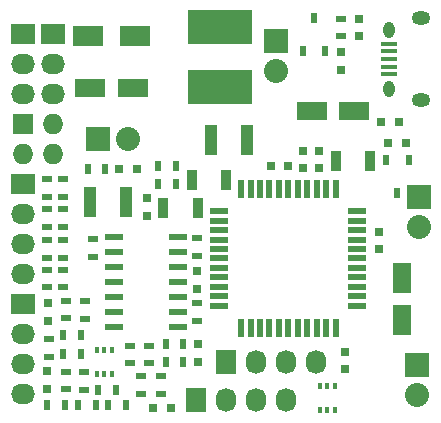
<source format=gbr>
G04 #@! TF.FileFunction,Soldermask,Top*
%FSLAX46Y46*%
G04 Gerber Fmt 4.6, Leading zero omitted, Abs format (unit mm)*
G04 Created by KiCad (PCBNEW 4.0.4-stable) date 05/08/17 18:06:20*
%MOMM*%
%LPD*%
G01*
G04 APERTURE LIST*
%ADD10C,0.100000*%
%ADD11R,1.600200X2.600960*%
%ADD12R,1.600000X0.560000*%
%ADD13R,0.560000X1.600000*%
%ADD14R,1.350000X0.400000*%
%ADD15O,0.950000X1.400000*%
%ADD16O,1.550000X1.200000*%
%ADD17R,1.727200X2.032000*%
%ADD18O,1.727200X2.032000*%
%ADD19R,0.750000X0.800000*%
%ADD20R,0.800000X0.750000*%
%ADD21R,2.600960X1.600200*%
%ADD22R,2.499360X1.800860*%
%ADD23R,0.797560X0.797560*%
%ADD24R,1.000000X2.500000*%
%ADD25R,0.900000X1.700000*%
%ADD26R,2.032000X1.727200*%
%ADD27O,2.032000X1.727200*%
%ADD28R,1.727200X1.727200*%
%ADD29O,1.727200X1.727200*%
%ADD30R,2.032000X2.032000*%
%ADD31O,2.032000X2.032000*%
%ADD32R,0.600000X0.900000*%
%ADD33R,0.900000X0.500000*%
%ADD34R,0.500000X0.900000*%
%ADD35R,1.500000X0.600000*%
%ADD36R,0.304800X0.508000*%
%ADD37R,5.400040X2.900680*%
%ADD38R,5.400040X2.900000*%
G04 APERTURE END LIST*
D10*
D11*
X103187500Y-122214640D03*
X103187500Y-125816360D03*
D12*
X87723600Y-116573800D03*
X87723600Y-117373800D03*
X87723600Y-118173800D03*
X87723600Y-118973800D03*
X87723600Y-119773800D03*
X87723600Y-120573800D03*
X87723600Y-121373800D03*
X87723600Y-122173800D03*
X87723600Y-122973800D03*
X87723600Y-123773800D03*
X87723600Y-124573800D03*
D13*
X89573600Y-126423800D03*
X90373600Y-126423800D03*
X91173600Y-126423800D03*
X91973600Y-126423800D03*
X92773600Y-126423800D03*
X93573600Y-126423800D03*
X94373600Y-126423800D03*
X95173600Y-126423800D03*
X95973600Y-126423800D03*
X96773600Y-126423800D03*
X97573600Y-126423800D03*
D12*
X99423600Y-124573800D03*
X99423600Y-123773800D03*
X99423600Y-122973800D03*
X99423600Y-122173800D03*
X99423600Y-121373800D03*
X99423600Y-120573800D03*
X99423600Y-119773800D03*
X99423600Y-118973800D03*
X99423600Y-118173800D03*
X99423600Y-117373800D03*
X99423600Y-116573800D03*
D13*
X97573600Y-114723800D03*
X96773600Y-114723800D03*
X95973600Y-114723800D03*
X95173600Y-114723800D03*
X94373600Y-114723800D03*
X93573600Y-114723800D03*
X92773600Y-114723800D03*
X91973600Y-114723800D03*
X91173600Y-114723800D03*
X90373600Y-114723800D03*
X89573600Y-114723800D03*
D14*
X102132960Y-104996400D03*
X102132960Y-104346400D03*
X102132960Y-103696400D03*
X102132960Y-103046400D03*
X102132960Y-102396400D03*
D15*
X102132960Y-106196400D03*
X102132960Y-101196400D03*
D16*
X104832960Y-107196400D03*
X104832960Y-100196400D03*
D17*
X88328500Y-129349500D03*
D18*
X90868500Y-129349500D03*
X93408500Y-129349500D03*
X95948500Y-129349500D03*
D19*
X98374200Y-128459800D03*
X98374200Y-129959800D03*
D20*
X83630200Y-133273800D03*
X82130200Y-133273800D03*
X101421500Y-109029500D03*
X102921500Y-109029500D03*
D19*
X101219000Y-118312500D03*
X101219000Y-119812500D03*
X85915500Y-129312100D03*
X85915500Y-127812100D03*
X81597500Y-115455000D03*
X81597500Y-116955000D03*
X96202500Y-111454500D03*
X96202500Y-112954500D03*
D21*
X99146360Y-108077000D03*
X95544640Y-108077000D03*
D19*
X98044000Y-103136000D03*
X98044000Y-104636000D03*
D20*
X102056500Y-110807500D03*
X103556500Y-110807500D03*
D19*
X73215500Y-125845000D03*
X73215500Y-124345000D03*
X73152000Y-131610800D03*
X73152000Y-130110800D03*
D21*
X76812140Y-106172000D03*
X80413860Y-106172000D03*
D19*
X85852000Y-123178000D03*
X85852000Y-121678000D03*
X94805500Y-111454500D03*
X94805500Y-112954500D03*
D20*
X92087000Y-112712500D03*
X93587000Y-112712500D03*
D22*
X76614020Y-101727000D03*
X80611980Y-101727000D03*
D23*
X79260700Y-113030000D03*
X80759300Y-113030000D03*
D24*
X76808200Y-115824000D03*
X79808200Y-115824000D03*
D25*
X100522700Y-112318800D03*
X97622700Y-112318800D03*
X88318000Y-113919000D03*
X85418000Y-113919000D03*
X83005000Y-116332000D03*
X85905000Y-116332000D03*
D26*
X71120000Y-114300000D03*
D27*
X71120000Y-116840000D03*
X71120000Y-119380000D03*
X71120000Y-121920000D03*
D28*
X71120000Y-109220000D03*
D29*
X73660000Y-109220000D03*
X71120000Y-111760000D03*
X73660000Y-111760000D03*
D17*
X85788500Y-132524500D03*
D18*
X88328500Y-132524500D03*
X90868500Y-132524500D03*
X93408500Y-132524500D03*
D26*
X71120000Y-124460000D03*
D27*
X71120000Y-127000000D03*
X71120000Y-129540000D03*
X71120000Y-132080000D03*
D30*
X77470000Y-110490000D03*
D31*
X80010000Y-110490000D03*
D30*
X104470200Y-129616200D03*
D31*
X104470200Y-132156200D03*
D26*
X71069200Y-101587300D03*
D27*
X71069200Y-104127300D03*
X71069200Y-106667300D03*
D26*
X73660000Y-101600000D03*
D27*
X73660000Y-104140000D03*
X73660000Y-106680000D03*
D32*
X95758000Y-100200000D03*
X96708000Y-103000000D03*
X94808000Y-103000000D03*
D33*
X82753200Y-132068000D03*
X82753200Y-130568000D03*
X81788000Y-127951800D03*
X81788000Y-129451800D03*
X81127600Y-132068000D03*
X81127600Y-130568000D03*
X80187800Y-129451800D03*
X80187800Y-127951800D03*
D34*
X84684300Y-129324100D03*
X83184300Y-129324100D03*
X84684300Y-127850900D03*
X83184300Y-127850900D03*
D33*
X73101200Y-121525600D03*
X73101200Y-123025600D03*
X73101200Y-119011000D03*
X73101200Y-120511000D03*
X73101200Y-116420200D03*
X73101200Y-117920200D03*
X73101200Y-113880200D03*
X73101200Y-115380200D03*
X74498200Y-123025600D03*
X74498200Y-121525600D03*
X74498200Y-120511000D03*
X74498200Y-119011000D03*
X74498200Y-117920200D03*
X74498200Y-116420200D03*
X74498200Y-115380200D03*
X74498200Y-113880200D03*
D34*
X78320200Y-132994400D03*
X79820200Y-132994400D03*
X77482000Y-131673600D03*
X78982000Y-131673600D03*
X74535600Y-128676400D03*
X76035600Y-128676400D03*
D33*
X73304400Y-127418400D03*
X73304400Y-128918400D03*
X76327000Y-125718000D03*
X76327000Y-124218000D03*
D34*
X75805600Y-132994400D03*
X77305600Y-132994400D03*
D33*
X85852000Y-124345000D03*
X85852000Y-125845000D03*
D34*
X74497500Y-127063500D03*
X75997500Y-127063500D03*
X73164000Y-132994400D03*
X74664000Y-132994400D03*
D33*
X74739500Y-124154500D03*
X74739500Y-125654500D03*
X74726800Y-130161600D03*
X74726800Y-131661600D03*
D34*
X82562000Y-112776000D03*
X84062000Y-112776000D03*
X84062000Y-114300000D03*
X82562000Y-114300000D03*
D33*
X85826600Y-120384000D03*
X85826600Y-118884000D03*
X77025500Y-118947500D03*
X77025500Y-120447500D03*
X76250800Y-130212400D03*
X76250800Y-131712400D03*
X98056700Y-100265800D03*
X98056700Y-101765800D03*
D34*
X76593000Y-113030000D03*
X78093000Y-113030000D03*
D32*
X102806500Y-115065000D03*
X101856500Y-112265000D03*
X103756500Y-112265000D03*
D35*
X84234000Y-126365000D03*
X84234000Y-125095000D03*
X84234000Y-123825000D03*
X84234000Y-122555000D03*
X84234000Y-121285000D03*
X84234000Y-120015000D03*
X84234000Y-118745000D03*
X78834000Y-118745000D03*
X78834000Y-120015000D03*
X78834000Y-121285000D03*
X78834000Y-122555000D03*
X78834000Y-123825000D03*
X78834000Y-125095000D03*
X78834000Y-126365000D03*
D36*
X78613000Y-128320800D03*
X77343000Y-128320800D03*
X78613000Y-130352800D03*
X77978000Y-128320800D03*
X77343000Y-130352800D03*
X77978000Y-130352800D03*
X96215200Y-133400800D03*
X97485200Y-133400800D03*
X96215200Y-131368800D03*
X96850200Y-133400800D03*
X97485200Y-131368800D03*
X96850200Y-131368800D03*
D30*
X104597200Y-115392200D03*
D31*
X104597200Y-117932200D03*
D19*
X99580700Y-100265800D03*
X99580700Y-101765800D03*
D24*
X90069800Y-110540800D03*
X87069800Y-110540800D03*
D37*
X87757000Y-100980240D03*
D38*
X87757000Y-106061500D03*
D30*
X92519500Y-102171500D03*
D31*
X92519500Y-104711500D03*
M02*

</source>
